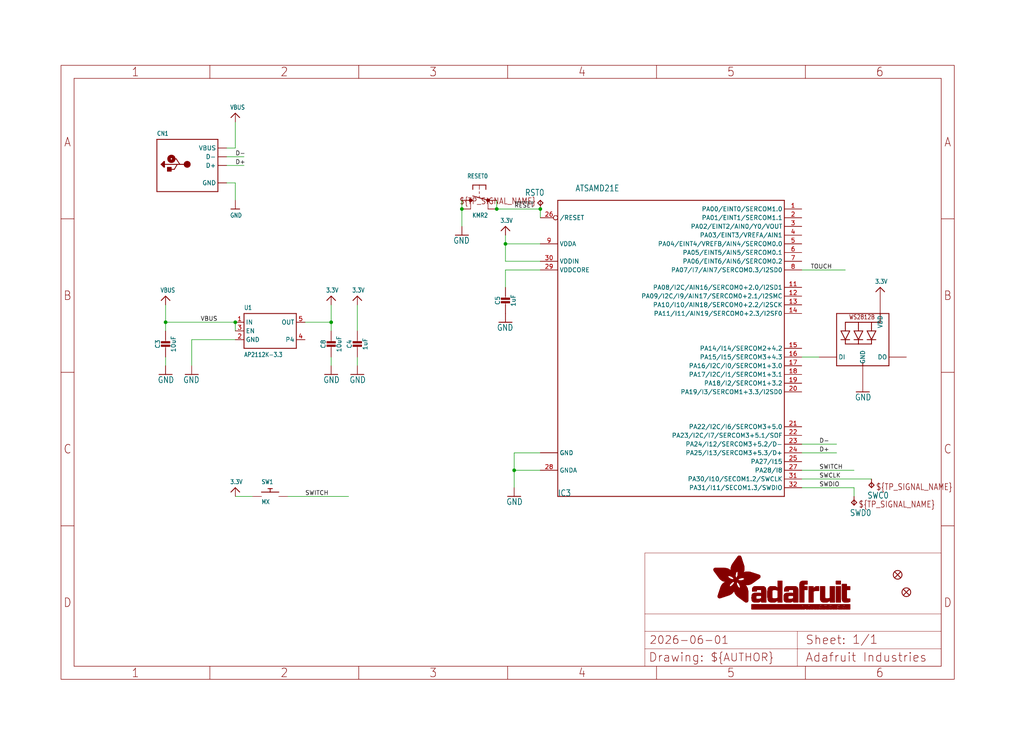
<source format=kicad_sch>
(kicad_sch (version 20230121) (generator eeschema)
  (paper "User" 298.45 217.322)
  (lib_symbols
    (symbol "working-eagle-import:3.3V" (power)
      (property "Value" "3.3V" (at -1.524 1.016 0))
      (symbol "3.3V_1_0"
        (pin power_in line (at 0 -2.54 90) (length 2.54) (name "3.3V") (number "1"))
      )
    )
    (symbol "working-eagle-import:ATSAMD21E"
      (property "Reference" "IC" (at -35.56 -43.18 0))
      (symbol "ATSAMD21E_1_0"
        (pin bidirectional line (at 35.56 40.64 180) (length 5.08) (name "PA00/EINT0/SERCOM1.0") (number "1"))
        (pin power_in line (at -40.64 -30.48 0) (length 5.08) (name "GND") (number "10"))
        (pin bidirectional line (at 35.56 17.78 180) (length 5.08) (name "PA08/I2C/AIN16/SERCOM0+2.0/I2SD1") (number "11"))
        (pin bidirectional line (at 35.56 15.24 180) (length 5.08) (name "PA09/I2C/I9/AIN17/SERCOM0+2.1/I2SMC") (number "12"))
        (pin bidirectional line (at 35.56 12.7 180) (length 5.08) (name "PA10/I10/AIN18/SERCOM0+2.2/I2SCK") (number "13"))
        (pin bidirectional line (at 35.56 10.16 180) (length 5.08) (name "PA11/I11/AIN19/SERCOM0+2.3/I2SF0") (number "14"))
        (pin bidirectional line (at 35.56 0 180) (length 5.08) (name "PA14/I14/SERCOM2+4.2") (number "15"))
        (pin bidirectional line (at 35.56 -2.54 180) (length 5.08) (name "PA15/I15/SERCOM3+4.3") (number "16"))
        (pin bidirectional line (at 35.56 -5.08 180) (length 5.08) (name "PA16/I2C/I0/SERCOM1+3.0") (number "17"))
        (pin bidirectional line (at 35.56 -7.62 180) (length 5.08) (name "PA17/I2C/I1/SERCOM1+3.1") (number "18"))
        (pin bidirectional line (at 35.56 -10.16 180) (length 5.08) (name "PA18/I2/SERCOM1+3.2") (number "19"))
        (pin bidirectional line (at 35.56 38.1 180) (length 5.08) (name "PA01/EINT1/SERCOM1.1") (number "2"))
        (pin bidirectional line (at 35.56 -12.7 180) (length 5.08) (name "PA19/I3/SERCOM1+3.3/I2SD0") (number "20"))
        (pin bidirectional line (at 35.56 -22.86 180) (length 5.08) (name "PA22/I2C/I6/SERCOM3+5.0") (number "21"))
        (pin bidirectional line (at 35.56 -25.4 180) (length 5.08) (name "PA23/I2C/I7/SERCOM3+5.1/SOF") (number "22"))
        (pin bidirectional line (at 35.56 -27.94 180) (length 5.08) (name "PA24/I12/SERCOM3+5.2/D-") (number "23"))
        (pin bidirectional line (at 35.56 -30.48 180) (length 5.08) (name "PA25/I13/SERCOM3+5.3/D+") (number "24"))
        (pin bidirectional line (at 35.56 -33.02 180) (length 5.08) (name "PA27/I15") (number "25"))
        (pin bidirectional inverted (at -40.64 38.1 0) (length 5.08) (name "/RESET") (number "26"))
        (pin bidirectional line (at 35.56 -35.56 180) (length 5.08) (name "PA28/I8") (number "27"))
        (pin power_in line (at -40.64 -35.56 0) (length 5.08) (name "GNDA") (number "28"))
        (pin power_in line (at -40.64 22.86 0) (length 5.08) (name "VDDCORE") (number "29"))
        (pin bidirectional line (at 35.56 35.56 180) (length 5.08) (name "PA02/EINT2/AIN0/Y0/VOUT") (number "3"))
        (pin power_in line (at -40.64 25.4 0) (length 5.08) (name "VDDIN") (number "30"))
        (pin bidirectional line (at 35.56 -38.1 180) (length 5.08) (name "PA30/I10/SECOM1.2/SWCLK") (number "31"))
        (pin bidirectional line (at 35.56 -40.64 180) (length 5.08) (name "PA31/I11/SECOM1.3/SWDIO") (number "32"))
        (pin power_in line (at -40.64 -30.48 0) (length 5.08) (name "GND") (number "33"))
        (pin bidirectional line (at 35.56 33.02 180) (length 5.08) (name "PA03/EINT3/VREFA/AIN1") (number "4"))
        (pin bidirectional line (at 35.56 30.48 180) (length 5.08) (name "PA04/EINT4/VREFB/AIN4/SERCOM0.0") (number "5"))
        (pin bidirectional line (at 35.56 27.94 180) (length 5.08) (name "PA05/EINT5/AIN5/SERCOM0.1") (number "6"))
        (pin bidirectional line (at 35.56 25.4 180) (length 5.08) (name "PA06/EINT6/AIN6/SERCOM0.2") (number "7"))
        (pin bidirectional line (at 35.56 22.86 180) (length 5.08) (name "PA07/I7/AIN7/SERCOM0.3/I2SD0") (number "8"))
        (pin power_in line (at -40.64 30.48 0) (length 5.08) (name "VDDA") (number "9"))
      )
    )
    (symbol "working-eagle-import:CAP_CERAMIC0603_NO"
      (property "Reference" "C" (at -2.29 1.25 90))
      (symbol "CAP_CERAMIC0603_NO_1_0"
        (pin passive line (at 0 5.08 270) (length 2.54) (name "1") (number "1"))
        (pin passive line (at 0 -2.54 90) (length 2.54) (name "2") (number "2"))
      )
    )
    (symbol "working-eagle-import:CAP_CERAMIC0805-NOOUTLINE"
      (property "Reference" "C" (at -2.29 1.25 90))
      (symbol "CAP_CERAMIC0805-NOOUTLINE_1_0"
        (pin passive line (at 0 5.08 270) (length 2.54) (name "1") (number "1"))
        (pin passive line (at 0 -2.54 90) (length 2.54) (name "2") (number "2"))
      )
    )
    (symbol "working-eagle-import:FIDUCIAL_1MM")
    (symbol "working-eagle-import:FRAME_A4_ADAFRUIT"
      (symbol "FRAME_A4_ADAFRUIT_1_0"
        (text "${#}/${##}" (at 230.505 10.16 0) (effects (font (size 2.54 2.54)) (justify left bottom)))
        (text "${AUTHOR}" (at 189.23 5.08 0) (effects (font (size 2.286 2.286)) (justify left bottom)))
        (text "${CURRENT_DATE}" (at 171.45 10.16 0) (effects (font (size 2.286 2.286)) (justify left bottom)))
        (text "${PROJECTNAME}" (at 171.45 15.24 0) (effects (font (size 2.54 2.54)) (justify left bottom)))
        (text "1" (at 21.6958 1.905 0) (effects (font (size 2.54 2.286))))
        (text "1" (at 21.6958 177.165 0) (effects (font (size 2.54 2.286))))
        (text "2" (at 65.0875 1.905 0) (effects (font (size 2.54 2.286))))
        (text "2" (at 65.0875 177.165 0) (effects (font (size 2.54 2.286))))
        (text "3" (at 108.4792 1.905 0) (effects (font (size 2.54 2.286))))
        (text "3" (at 108.4792 177.165 0) (effects (font (size 2.54 2.286))))
        (text "4" (at 151.8708 1.905 0) (effects (font (size 2.54 2.286))))
        (text "4" (at 151.8708 177.165 0) (effects (font (size 2.54 2.286))))
        (text "5" (at 195.2625 1.905 0) (effects (font (size 2.54 2.286))))
        (text "5" (at 195.2625 177.165 0) (effects (font (size 2.54 2.286))))
        (text "6" (at 238.6542 1.905 0) (effects (font (size 2.54 2.286))))
        (text "6" (at 238.6542 177.165 0) (effects (font (size 2.54 2.286))))
        (text "A" (at 1.905 156.6863 0) (effects (font (size 2.54 2.286))))
        (text "A" (at 258.445 156.6863 0) (effects (font (size 2.54 2.286))))
        (text "Adafruit Industries" (at 216.916 4.953 0) (effects (font (size 2.54 2.54)) (justify left bottom)))
        (text "B" (at 1.905 111.9188 0) (effects (font (size 2.54 2.286))))
        (text "B" (at 258.445 111.9188 0) (effects (font (size 2.54 2.286))))
        (text "C" (at 1.905 67.1513 0) (effects (font (size 2.54 2.286))))
        (text "C" (at 258.445 67.1513 0) (effects (font (size 2.54 2.286))))
        (text "D" (at 1.905 22.3838 0) (effects (font (size 2.54 2.286))))
        (text "D" (at 258.445 22.3838 0) (effects (font (size 2.54 2.286))))
        (text "Drawing:" (at 171.196 4.953 0) (effects (font (size 2.54 2.54)) (justify left bottom)))
        (text "Sheet:" (at 216.916 10.033 0) (effects (font (size 2.54 2.54)) (justify left bottom)))
      )
    )
    (symbol "working-eagle-import:GND" (power)
      (property "Value" "GND" (at -1.524 -2.54 0))
      (symbol "GND_1_0"
        (pin power_in line (at 0 2.54 270) (length 2.54) (name "GND") (number "1"))
      )
    )
    (symbol "working-eagle-import:SWITCH_PUSHBUTTON_KAILH_THMSIMPLE"
      (property "Reference" "SW" (at -2.54 3.556 0))
      (symbol "SWITCH_PUSHBUTTON_KAILH_THMSIMPLE_1_0"
        (pin passive line (at -5.08 0 0) (length 2.54) (name "P$1") (number "1"))
        (pin passive line (at 5.08 0 180) (length 2.54) (name "P$2") (number "2"))
      )
    )
    (symbol "working-eagle-import:SWITCH_TACT_SMT4.6X2.8"
      (property "Reference" "SW" (at -2.54 6.35 0))
      (symbol "SWITCH_TACT_SMT4.6X2.8_1_0"
        (pin passive line (at -5.08 0 0) (length 2.54) (name "P") (number "A"))
        (pin passive line (at -5.08 -2.54 0) (length 2.54) (name "P1") (number "A'"))
        (pin passive line (at 5.08 0 180) (length 2.54) (name "S") (number "B"))
        (pin passive line (at 5.08 -2.54 180) (length 2.54) (name "S1") (number "B'"))
      )
    )
    (symbol "working-eagle-import:TPTP15R"
      (property "Reference" "TP" (at -1.27 1.27 0))
      (symbol "TPTP15R_1_0"
        (text "${TP_SIGNAL_NAME}" (at 1.27 -1.27 0) (effects (font (size 1.778 1.5113)) (justify left bottom)))
        (pin input line (at 0 -2.54 90) (length 2.54) (name "TP") (number "TP"))
      )
    )
    (symbol "working-eagle-import:TPTP16R"
      (property "Reference" "TP" (at -1.27 1.27 0))
      (symbol "TPTP16R_1_0"
        (text "${TP_SIGNAL_NAME}" (at 1.27 -1.27 0) (effects (font (size 1.778 1.5113)) (justify left bottom)))
        (pin input line (at 0 -2.54 90) (length 2.54) (name "TP") (number "TP"))
      )
    )
    (symbol "working-eagle-import:USB_TYPEAPCB"
      (property "Reference" "X" (at -10.16 8.636 0))
      (symbol "USB_TYPEAPCB_1_0"
        (pin power_in line (at 10.16 -5.08 180) (length 2.54) (name "GND") (number "GND"))
        (pin bidirectional line (at 10.16 2.54 180) (length 2.54) (name "D-") (number "USB_NEG"))
        (pin bidirectional line (at 10.16 0 180) (length 2.54) (name "D+") (number "USB_PLUS"))
        (pin power_in line (at 10.16 5.08 180) (length 2.54) (name "VBUS") (number "VCC"))
      )
    )
    (symbol "working-eagle-import:VBUS" (power)
      (property "Value" "VBUS" (at -1.524 1.016 0))
      (symbol "VBUS_1_0"
        (pin power_in line (at 0 -2.54 90) (length 2.54) (name "VBUS") (number "1"))
      )
    )
    (symbol "working-eagle-import:VREG_SOT23-5"
      (property "Reference" "U" (at -7.62 6.096 0))
      (symbol "VREG_SOT23-5_1_0"
        (pin power_in line (at -10.16 2.54 0) (length 2.54) (name "IN") (number "1"))
        (pin power_in line (at -10.16 -2.54 0) (length 2.54) (name "GND") (number "2"))
        (pin input line (at -10.16 0 0) (length 2.54) (name "EN") (number "3"))
        (pin bidirectional line (at 10.16 -2.54 180) (length 2.54) (name "P4") (number "4"))
        (pin power_in line (at 10.16 2.54 180) (length 2.54) (name "OUT") (number "5"))
      )
    )
    (symbol "working-eagle-import:WS2812B_SK6812E"
      (symbol "WS2812B_SK6812E_1_0"
        (text "WS2812B" (at -4.064 8.382 0) (effects (font (size 1.27 1.0795)) (justify left bottom)))
        (pin power_in line (at 5.08 15.24 270) (length 5.08) (name "VDD") (number "1-VDD"))
        (pin output line (at 12.7 -2.54 180) (length 5.08) (name "DO") (number "2-DOUT"))
        (pin power_in line (at 0 -10.16 90) (length 5.08) (name "GND") (number "3-GND"))
        (pin input line (at -12.7 -2.54 0) (length 5.08) (name "DI") (number "4-DIN"))
      )
    )
    (symbol "working-eagle-import:supply1_GND" (power)
      (property "Value" "supply1_GND" (at -2.54 -2.54 0))
      (symbol "supply1_GND_1_0"
        (pin power_in line (at 0 2.54 270) (length 2.54) (name "GND") (number "1"))
      )
    )
  )
  (junction (at 134.62 60.96))
  (junction (at 157.48 60.96))
  (junction (at 144.78 60.96))
  (junction (at 96.52 93.98))
  (junction (at 147.32 71.12))
  (junction (at 48.26 93.98))
  (junction (at 68.58 93.98))
  (junction (at 149.86 137.16))
  (wire (pts (xy 66.04 43.18) (xy 68.58 43.18)) (stroke (width 0.1524)))
  (wire (pts (xy 68.58 35.56) (xy 68.58 43.18)) (stroke (width 0.1524)))
  (wire (pts (xy 157.48 137.16) (xy 149.86 137.16)) (stroke (width 0.1524)))
  (wire (pts (xy 96.52 88.9) (xy 96.52 93.98)) (stroke (width 0.1524)))
  (wire (pts (xy 83.82 144.78) (xy 101.6 144.78)) (stroke (width 0.1524)))
  (wire (pts (xy 48.26 93.98) (xy 48.26 88.9)) (stroke (width 0.1524)))
  (wire (pts (xy 66.04 45.72) (xy 71.12 45.72)) (stroke (width 0.1524)))
  (wire (pts (xy 149.86 132.08) (xy 149.86 137.16)) (stroke (width 0.1524)))
  (wire (pts (xy 144.78 60.96) (xy 144.78 58.42)) (stroke (width 0.1524)))
  (wire (pts (xy 157.48 71.12) (xy 147.32 71.12)) (stroke (width 0.1524)))
  (wire (pts (xy 147.32 71.12) (xy 147.32 68.58)) (stroke (width 0.1524)))
  (wire (pts (xy 66.04 48.26) (xy 71.12 48.26)) (stroke (width 0.1524)))
  (wire (pts (xy 66.04 53.34) (xy 68.58 53.34)) (stroke (width 0.1524)))
  (wire (pts (xy 233.68 137.16) (xy 248.92 137.16)) (stroke (width 0.1524)))
  (wire (pts (xy 157.48 78.74) (xy 147.32 78.74)) (stroke (width 0.1524)))
  (wire (pts (xy 55.88 99.06) (xy 55.88 106.68)) (stroke (width 0.1524)))
  (wire (pts (xy 73.66 144.78) (xy 68.58 144.78)) (stroke (width 0.1524)))
  (wire (pts (xy 68.58 99.06) (xy 55.88 99.06)) (stroke (width 0.1524)))
  (wire (pts (xy 248.92 142.24) (xy 248.92 144.78)) (stroke (width 0.1524)))
  (wire (pts (xy 104.14 106.68) (xy 104.14 104.14)) (stroke (width 0.1524)))
  (wire (pts (xy 147.32 76.2) (xy 147.32 71.12)) (stroke (width 0.1524)))
  (wire (pts (xy 233.68 129.54) (xy 243.84 129.54)) (stroke (width 0.1524)))
  (wire (pts (xy 233.68 78.74) (xy 246.38 78.74)) (stroke (width 0.1524)))
  (wire (pts (xy 149.86 137.16) (xy 149.86 142.24)) (stroke (width 0.1524)))
  (wire (pts (xy 68.58 96.52) (xy 68.58 93.98)) (stroke (width 0.1524)))
  (wire (pts (xy 48.26 106.68) (xy 48.26 104.14)) (stroke (width 0.1524)))
  (wire (pts (xy 157.48 60.96) (xy 157.48 63.5)) (stroke (width 0.1524)))
  (wire (pts (xy 144.78 60.96) (xy 157.48 60.96)) (stroke (width 0.1524)))
  (wire (pts (xy 243.84 132.08) (xy 233.68 132.08)) (stroke (width 0.1524)))
  (wire (pts (xy 134.62 58.42) (xy 134.62 60.96)) (stroke (width 0.1524)))
  (wire (pts (xy 233.68 104.14) (xy 238.76 104.14)) (stroke (width 0.1524)))
  (wire (pts (xy 157.48 132.08) (xy 149.86 132.08)) (stroke (width 0.1524)))
  (wire (pts (xy 157.48 76.2) (xy 147.32 76.2)) (stroke (width 0.1524)))
  (wire (pts (xy 96.52 93.98) (xy 88.9 93.98)) (stroke (width 0.1524)))
  (wire (pts (xy 96.52 106.68) (xy 96.52 104.14)) (stroke (width 0.1524)))
  (wire (pts (xy 233.68 139.7) (xy 254 139.7)) (stroke (width 0.1524)))
  (wire (pts (xy 134.62 66.04) (xy 134.62 60.96)) (stroke (width 0.1524)))
  (wire (pts (xy 48.26 93.98) (xy 68.58 93.98)) (stroke (width 0.1524)))
  (wire (pts (xy 104.14 88.9) (xy 104.14 96.52)) (stroke (width 0.1524)))
  (wire (pts (xy 233.68 142.24) (xy 248.92 142.24)) (stroke (width 0.1524)))
  (wire (pts (xy 96.52 93.98) (xy 96.52 96.52)) (stroke (width 0.1524)))
  (wire (pts (xy 147.32 78.74) (xy 147.32 83.82)) (stroke (width 0.1524)))
  (wire (pts (xy 68.58 53.34) (xy 68.58 58.42)) (stroke (width 0.1524)))
  (wire (pts (xy 48.26 96.52) (xy 48.26 93.98)) (stroke (width 0.1524)))
  (label "D-" (at 68.58 45.72 0) (effects (font (size 1.2446 1.2446))))
  (label "SWDIO" (at 238.76 142.24 0) (effects (font (size 1.2446 1.2446))))
  (label "~{RESET}" (at 149.86 60.96 0) (effects (font (size 1.2446 1.2446))))
  (label "TOUCH" (at 236.22 78.74 0) (effects (font (size 1.2446 1.2446))))
  (label "D-" (at 238.76 129.54 0) (effects (font (size 1.2446 1.2446))))
  (label "D+" (at 238.76 132.08 0) (effects (font (size 1.2446 1.2446))))
  (label "SWITCH" (at 88.9 144.78 0) (effects (font (size 1.2446 1.2446))))
  (label "SWITCH" (at 238.76 137.16 0) (effects (font (size 1.2446 1.2446))))
  (label "VBUS" (at 58.42 93.98 0) (effects (font (size 1.2446 1.2446))))
  (label "D+" (at 68.58 48.26 0) (effects (font (size 1.2446 1.2446))))
  (label "SWCLK" (at 238.76 139.7 0) (effects (font (size 1.2446 1.2446))))
  (symbol (lib_id "working-eagle-import:CAP_CERAMIC0805-NOOUTLINE") (at 96.52 101.6 0) (unit 1)
    (property "Reference" "C8" (at 94.23 100.35 90))
    (property "Value" "10uF" (at 98.82 100.35 90))
    (property "Footprint" "working:0805-NO" (effects hide))
  )
  (symbol (lib_id "working-eagle-import:ATSAMD21E") (at 198.12 101.6 0) (unit 1)
    (property "Reference" "IC3" (at 162.56 144.78 0) (effects (font (size 1.778 1.5113)) (justify left bottom)))
    (property "Value" "ATSAMD21E" (at 167.64 55.88 0) (effects (font (size 1.778 1.5113)) (justify left bottom)))
    (property "Footprint" "working:QFN32_5MM" (effects hide))
  )
  (symbol (lib_id "working-eagle-import:VBUS") (at 68.58 33.02 0) (unit 1)
    (property "Reference" "#U$15" (effects hide))
    (property "Value" "VBUS" (at 67.056 32.004 0) (effects (font (size 1.27 1.0795)) (justify left bottom)))
  )
  (symbol (lib_id "working-eagle-import:3.3V") (at 256.54 83.82 0) (unit 1)
    (property "Reference" "#U$3" (effects hide))
    (property "Value" "3.3V" (at 255.016 82.804 0) (effects (font (size 1.27 1.0795)) (justify left bottom)))
  )
  (symbol (lib_id "working-eagle-import:VBUS") (at 48.26 86.36 0) (unit 1)
    (property "Reference" "#U$13" (effects hide))
    (property "Value" "VBUS" (at 46.736 85.344 0) (effects (font (size 1.27 1.0795)) (justify left bottom)))
  )
  (symbol (lib_id "working-eagle-import:supply1_GND") (at 147.32 93.98 0) (unit 1)
    (property "Reference" "#GND7" (effects hide))
    (property "Value" "GND" (at 144.78 96.52 0) (effects (font (size 1.778 1.5113)) (justify left bottom)))
  )
  (symbol (lib_id "working-eagle-import:FIDUCIAL_1MM") (at 264.16 172.72 0) (unit 1)
    (property "Reference" "FID2" (effects hide))
    (property "Value" "FIDUCIAL_1MM" (effects hide))
    (property "Footprint" "working:FIDUCIAL_1MM" (effects hide))
  )
  (symbol (lib_id "working-eagle-import:WS2812B_SK6812E") (at 251.46 101.6 0) (unit 1)
    (property "Reference" "LED1" (effects hide))
    (property "Value" "WS2812B_SK6812E" (effects hide))
    (property "Footprint" "working:NEO3535_REVERSE" (effects hide))
  )
  (symbol (lib_id "working-eagle-import:3.3V") (at 104.14 86.36 0) (unit 1)
    (property "Reference" "#U$20" (effects hide))
    (property "Value" "3.3V" (at 102.616 85.344 0) (effects (font (size 1.27 1.0795)) (justify left bottom)))
  )
  (symbol (lib_id "working-eagle-import:supply1_GND") (at 96.52 109.22 0) (mirror y) (unit 1)
    (property "Reference" "#GND12" (effects hide))
    (property "Value" "GND" (at 99.06 111.76 0) (effects (font (size 1.778 1.5113)) (justify left bottom)))
  )
  (symbol (lib_id "working-eagle-import:3.3V") (at 147.32 66.04 0) (unit 1)
    (property "Reference" "#U$18" (effects hide))
    (property "Value" "3.3V" (at 145.796 65.024 0) (effects (font (size 1.27 1.0795)) (justify left bottom)))
  )
  (symbol (lib_id "working-eagle-import:VREG_SOT23-5") (at 78.74 96.52 0) (unit 1)
    (property "Reference" "U1" (at 71.12 90.424 0) (effects (font (size 1.27 1.0795)) (justify left bottom)))
    (property "Value" "AP2112K-3.3" (at 71.12 104.14 0) (effects (font (size 1.27 1.0795)) (justify left bottom)))
    (property "Footprint" "working:SOT23-5" (effects hide))
  )
  (symbol (lib_id "working-eagle-import:CAP_CERAMIC0603_NO") (at 147.32 88.9 0) (unit 1)
    (property "Reference" "C5" (at 145.03 87.65 90))
    (property "Value" "1uF" (at 149.62 87.65 90))
    (property "Footprint" "working:0603-NO" (effects hide))
  )
  (symbol (lib_id "working-eagle-import:FRAME_A4_ADAFRUIT") (at 17.78 198.12 0) (unit 1)
    (property "Reference" "#U$1" (effects hide))
    (property "Value" "FRAME_A4_ADAFRUIT" (effects hide))
  )
  (symbol (lib_id "working-eagle-import:SWITCH_PUSHBUTTON_KAILH_THMSIMPLE") (at 78.74 144.78 0) (unit 1)
    (property "Reference" "SW1" (at 76.2 141.224 0) (effects (font (size 1.27 1.0795)) (justify left bottom)))
    (property "Value" "MX" (at 76.2 147.066 0) (effects (font (size 1.27 1.0795)) (justify left bottom)))
    (property "Footprint" "working:KAILH_BOX_MX_NOSTABILIZERS" (effects hide))
  )
  (symbol (lib_id "working-eagle-import:3.3V") (at 96.52 86.36 0) (unit 1)
    (property "Reference" "#U$17" (effects hide))
    (property "Value" "3.3V" (at 94.996 85.344 0) (effects (font (size 1.27 1.0795)) (justify left bottom)))
  )
  (symbol (lib_id "working-eagle-import:supply1_GND") (at 104.14 109.22 0) (mirror y) (unit 1)
    (property "Reference" "#GND5" (effects hide))
    (property "Value" "GND" (at 106.68 111.76 0) (effects (font (size 1.778 1.5113)) (justify left bottom)))
  )
  (symbol (lib_id "working-eagle-import:supply1_GND") (at 134.62 68.58 0) (unit 1)
    (property "Reference" "#GND14" (effects hide))
    (property "Value" "GND" (at 132.08 71.12 0) (effects (font (size 1.778 1.5113)) (justify left bottom)))
  )
  (symbol (lib_id "working-eagle-import:supply1_GND") (at 55.88 109.22 0) (unit 1)
    (property "Reference" "#GND11" (effects hide))
    (property "Value" "GND" (at 53.34 111.76 0) (effects (font (size 1.778 1.5113)) (justify left bottom)))
  )
  (symbol (lib_id "working-eagle-import:TPTP16R") (at 157.48 58.42 0) (mirror y) (unit 1)
    (property "Reference" "RST0" (at 158.75 57.15 0) (effects (font (size 1.778 1.5113)) (justify left bottom)))
    (property "Value" "TPTP16R" (effects hide))
    (property "Footprint" "working:TP16R" (effects hide))
  )
  (symbol (lib_id "working-eagle-import:GND") (at 68.58 60.96 0) (unit 1)
    (property "Reference" "#U$2" (effects hide))
    (property "Value" "GND" (at 67.056 63.5 0) (effects (font (size 1.27 1.0795)) (justify left bottom)))
  )
  (symbol (lib_id "working-eagle-import:CAP_CERAMIC0805-NOOUTLINE") (at 48.26 101.6 0) (unit 1)
    (property "Reference" "C3" (at 45.97 100.35 90))
    (property "Value" "10uF" (at 50.56 100.35 90))
    (property "Footprint" "working:0805-NO" (effects hide))
  )
  (symbol (lib_id "working-eagle-import:TPTP15R") (at 248.92 147.32 0) (mirror x) (unit 1)
    (property "Reference" "SWD0" (at 247.65 148.59 0) (effects (font (size 1.778 1.5113)) (justify left bottom)))
    (property "Value" "TPTP15R" (effects hide))
    (property "Footprint" "working:TP15R" (effects hide))
  )
  (symbol (lib_id "working-eagle-import:3.3V") (at 68.58 142.24 0) (unit 1)
    (property "Reference" "#U$4" (effects hide))
    (property "Value" "3.3V" (at 67.056 141.224 0) (effects (font (size 1.27 1.0795)) (justify left bottom)))
  )
  (symbol (lib_id "working-eagle-import:FIDUCIAL_1MM") (at 261.62 167.64 0) (unit 1)
    (property "Reference" "FID1" (effects hide))
    (property "Value" "FIDUCIAL_1MM" (effects hide))
    (property "Footprint" "working:FIDUCIAL_1MM" (effects hide))
  )
  (symbol (lib_id "working-eagle-import:CAP_CERAMIC0603_NO") (at 104.14 101.6 0) (unit 1)
    (property "Reference" "C4" (at 101.85 100.35 90))
    (property "Value" "1uF" (at 106.44 100.35 90))
    (property "Footprint" "working:0603-NO" (effects hide))
  )
  (symbol (lib_id "working-eagle-import:supply1_GND") (at 149.86 144.78 0) (mirror y) (unit 1)
    (property "Reference" "#GND18" (effects hide))
    (property "Value" "GND" (at 152.4 147.32 0) (effects (font (size 1.778 1.5113)) (justify left bottom)))
  )
  (symbol (lib_id "working-eagle-import:SWITCH_TACT_SMT4.6X2.8") (at 139.7 58.42 0) (mirror y) (unit 1)
    (property "Reference" "RESET0" (at 142.24 52.07 0) (effects (font (size 1.27 1.0795)) (justify left bottom)))
    (property "Value" "KMR2" (at 142.24 63.5 0) (effects (font (size 1.27 1.0795)) (justify left bottom)))
    (property "Footprint" "working:BTN_KMR2_4.6X2.8" (effects hide))
  )
  (symbol (lib_id "working-eagle-import:TPTP15R") (at 254 142.24 0) (mirror x) (unit 1)
    (property "Reference" "SWC0" (at 252.73 143.51 0) (effects (font (size 1.778 1.5113)) (justify left bottom)))
    (property "Value" "TPTP15R" (effects hide))
    (property "Footprint" "working:TP15R" (effects hide))
  )
  (symbol (lib_id "working-eagle-import:supply1_GND") (at 48.26 109.22 0) (mirror y) (unit 1)
    (property "Reference" "#GND3" (effects hide))
    (property "Value" "GND" (at 50.8 111.76 0) (effects (font (size 1.778 1.5113)) (justify left bottom)))
  )
  (symbol (lib_id "working-eagle-import:USB_TYPEAPCB") (at 55.88 48.26 0) (unit 1)
    (property "Reference" "CN1" (at 45.72 39.624 0) (effects (font (size 1.27 1.0795)) (justify left bottom)))
    (property "Value" "USB_TYPEAPCB" (effects hide))
    (property "Footprint" "working:USBA_PCB" (effects hide))
  )
  (symbol (lib_id "working-eagle-import:supply1_GND") (at 251.46 114.3 0) (mirror y) (unit 1)
    (property "Reference" "#GND6" (effects hide))
    (property "Value" "GND" (at 254 116.84 0) (effects (font (size 1.778 1.5113)) (justify left bottom)))
  )
)
</source>
